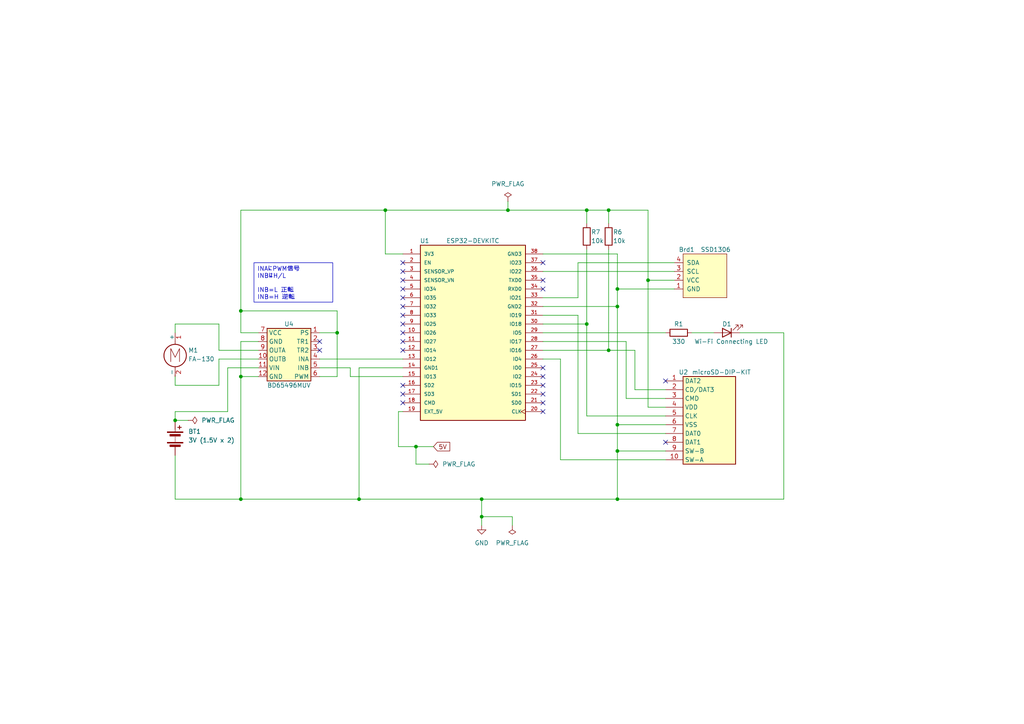
<source format=kicad_sch>
(kicad_sch (version 20230121) (generator eeschema)
  (paper "A4")
  (title_block (title "モーターコントロールサンプル") (date "2024-03-12") (rev "1.0") (comment 1 "SDカードスロット") (comment 2 "OLED(SSD1306)") (comment 3 "モータードライバ(BD65496)") (comment 4 "モーター(FA-130)"))
  (lib_symbols
    (symbol "Akizuki_Library:microSD_DIP_KIT"
      (property "Reference" "U" (at 0 3.81 0))
      (property "Value" "microSD-DIP-KIT" (at 0 1.27 0))
      (symbol "microSD_DIP_KIT_1_1"
        (rectangle (start -6.35 0) (end 8.89 -25.4) (stroke (width 0.254)) (fill (type background)))
        (pin bidirectional line (at -11.43 -1.27 0) (length 5.08) (name "DAT2") (number "1"))
        (pin passive line (at -11.43 -24.13 0) (length 5.08) (name "SW-A") (number "10"))
        (pin bidirectional line (at -11.43 -3.81 0) (length 5.08) (name "CD/DAT3") (number "2"))
        (pin bidirectional line (at -11.43 -6.35 0) (length 5.08) (name "CMD") (number "3"))
        (pin power_in line (at -11.43 -8.89 0) (length 5.08) (name "VDD") (number "4"))
        (pin bidirectional line (at -11.43 -11.43 0) (length 5.08) (name "CLK") (number "5"))
        (pin power_in line (at -11.43 -13.97 0) (length 5.08) (name "VSS") (number "6"))
        (pin bidirectional line (at -11.43 -16.51 0) (length 5.08) (name "DAT0") (number "7"))
        (pin bidirectional line (at -11.43 -19.05 0) (length 5.08) (name "DAT1") (number "8"))
        (pin passive line (at -11.43 -21.59 0) (length 5.08) (name "SW-B") (number "9"))
      )
    )
    (symbol "BD65496MUV_Driver_1"
      (property "Reference" "U" (at 0 0 0))
      (property "Value" "BD65496MUV" (at 0 -17.78 0))
      (symbol "BD65496MUV_Driver_1_1_1"
        (rectangle (start -6.35 -1.27) (end 6.35 -16.51) (stroke (width 0.254)) (fill (type background)))
        (pin input line (at -8.89 -2.54 0) (length 2.54) (name "PS") (number "1"))
        (pin output line (at 8.89 -10.16 180) (length 2.54) (name "OUTB") (number "10"))
        (pin power_in line (at 8.89 -12.7 180) (length 2.54) (name "VIN") (number "11"))
        (pin power_in line (at 8.89 -15.24 180) (length 2.54) (name "GND") (number "12"))
        (pin input line (at -8.89 -5.08 0) (length 2.54) (name "TR1") (number "2"))
        (pin input line (at -8.89 -7.62 0) (length 2.54) (name "TR2") (number "3"))
        (pin input line (at -8.89 -10.16 0) (length 2.54) (name "INA") (number "4"))
        (pin input line (at -8.89 -12.7 0) (length 2.54) (name "INB") (number "5"))
        (pin input line (at -8.89 -15.24 0) (length 2.54) (name "PWM") (number "6"))
        (pin power_in line (at 8.89 -2.54 180) (length 2.54) (name "VCC") (number "7"))
        (pin power_in line (at 8.89 -5.08 180) (length 2.54) (name "GND") (number "8"))
        (pin output line (at 8.89 -7.62 180) (length 2.54) (name "OUTA") (number "9"))
      )
    )
    (symbol "Device:Battery" (pin_numbers hide) (pin_names (offset 0) hide)
      (property "Reference" "BT" (at 2.54 2.54 0))
      (property "Value" "Battery" (at 2.54 0 0))
      (symbol "Battery_0_1"
        (rectangle (start -2.286 -1.27) (end 2.286 -1.524) (fill (type outline)))
        (rectangle (start -2.286 1.778) (end 2.286 1.524) (fill (type outline)))
        (rectangle (start -1.524 -2.032) (end 1.524 -2.54) (fill (type outline)))
        (rectangle (start -1.524 1.016) (end 1.524 0.508) (fill (type outline)))
        (polyline (pts (xy 0 -1.016) (xy 0 -0.762)))
        (polyline (pts (xy 0 -0.508) (xy 0 -0.254)))
        (polyline (pts (xy 0 0) (xy 0 0.254)))
        (polyline (pts (xy 0 1.778) (xy 0 2.54)))
        (polyline (pts (xy 0.762 3.048) (xy 1.778 3.048)) (stroke (width 0.254)))
        (polyline (pts (xy 1.27 3.556) (xy 1.27 2.54)) (stroke (width 0.254)))
      )
      (symbol "Battery_1_1"
        (pin passive line (at 0 5.08 270) (length 2.54) (name "+") (number "1"))
        (pin passive line (at 0 -5.08 90) (length 2.54) (name "-") (number "2"))
      )
    )
    (symbol "Device:LED" (pin_numbers hide) (pin_names (offset 1.016) hide)
      (property "Reference" "D" (at 0 2.54 0))
      (property "Value" "LED" (at 0 -2.54 0))
      (symbol "LED_0_1"
        (polyline (pts (xy -1.27 -1.27) (xy -1.27 1.27)) (stroke (width 0.254)))
        (polyline (pts (xy -1.27 0) (xy 1.27 0)))
        (polyline (pts (xy 1.27 -1.27) (xy 1.27 1.27) (xy -1.27 0) (xy 1.27 -1.27)) (stroke (width 0.254)))
        (polyline (pts (xy -3.048 -0.762) (xy -4.572 -2.286) (xy -3.81 -2.286) (xy -4.572 -2.286) (xy -4.572 -1.524)))
        (polyline (pts (xy -1.778 -0.762) (xy -3.302 -2.286) (xy -2.54 -2.286) (xy -3.302 -2.286) (xy -3.302 -1.524)))
      )
      (symbol "LED_1_1"
        (pin passive line (at -3.81 0 0) (length 2.54) (name "K") (number "1"))
        (pin passive line (at 3.81 0 180) (length 2.54) (name "A") (number "2"))
      )
    )
    (symbol "Device:R" (pin_numbers hide) (pin_names (offset 0))
      (property "Reference" "R" (at 2.032 0 90))
      (property "Value" "R" (at 0 0 90))
      (symbol "R_0_1"
        (rectangle (start -1.016 -2.54) (end 1.016 2.54) (stroke (width 0.254)))
      )
      (symbol "R_1_1"
        (pin passive line (at 0 3.81 270) (length 1.27) (name "~") (number "1"))
        (pin passive line (at 0 -3.81 90) (length 1.27) (name "~") (number "2"))
      )
    )
    (symbol "ESP32-DEVKITC:ESP32-DEVKITC" (pin_names (offset 1.016))
      (property "Reference" "U" (at -15.2572 26.0643 0))
      (property "Value" "ESP32-DEVKITC" (at -15.2563 -27.9698 0))
      (symbol "ESP32-DEVKITC_0_0"
        (rectangle (start -15.24 -25.4) (end 15.24 25.4) (stroke (width 0.254)) (fill (type background)))
        (pin power_in line (at -20.32 22.86 0) (length 5.08) (name "3V3") (number "1"))
        (pin bidirectional line (at -20.32 0 0) (length 5.08) (name "IO26") (number "10"))
        (pin bidirectional line (at -20.32 -2.54 0) (length 5.08) (name "IO27") (number "11"))
        (pin bidirectional line (at -20.32 -5.08 0) (length 5.08) (name "IO14") (number "12"))
        (pin bidirectional line (at -20.32 -7.62 0) (length 5.08) (name "IO12") (number "13"))
        (pin power_in line (at -20.32 -10.16 0) (length 5.08) (name "GND1") (number "14"))
        (pin bidirectional line (at -20.32 -12.7 0) (length 5.08) (name "IO13") (number "15"))
        (pin bidirectional line (at -20.32 -15.24 0) (length 5.08) (name "SD2") (number "16"))
        (pin bidirectional line (at -20.32 -17.78 0) (length 5.08) (name "SD3") (number "17"))
        (pin bidirectional line (at -20.32 -20.32 0) (length 5.08) (name "CMD") (number "18"))
        (pin power_in line (at -20.32 -22.86 0) (length 5.08) (name "EXT_5V") (number "19"))
        (pin input line (at -20.32 20.32 0) (length 5.08) (name "EN") (number "2"))
        (pin input clock (at 20.32 -22.86 180) (length 5.08) (name "CLK") (number "20"))
        (pin bidirectional line (at 20.32 -20.32 180) (length 5.08) (name "SD0") (number "21"))
        (pin bidirectional line (at 20.32 -17.78 180) (length 5.08) (name "SD1") (number "22"))
        (pin bidirectional line (at 20.32 -15.24 180) (length 5.08) (name "IO15") (number "23"))
        (pin bidirectional line (at 20.32 -12.7 180) (length 5.08) (name "IO2") (number "24"))
        (pin bidirectional line (at 20.32 -10.16 180) (length 5.08) (name "IO0") (number "25"))
        (pin bidirectional line (at 20.32 -7.62 180) (length 5.08) (name "IO4") (number "26"))
        (pin bidirectional line (at 20.32 -5.08 180) (length 5.08) (name "IO16") (number "27"))
        (pin bidirectional line (at 20.32 -2.54 180) (length 5.08) (name "IO17") (number "28"))
        (pin bidirectional line (at 20.32 0 180) (length 5.08) (name "IO5") (number "29"))
        (pin input line (at -20.32 17.78 0) (length 5.08) (name "SENSOR_VP") (number "3"))
        (pin bidirectional line (at 20.32 2.54 180) (length 5.08) (name "IO18") (number "30"))
        (pin bidirectional line (at 20.32 5.08 180) (length 5.08) (name "IO19") (number "31"))
        (pin power_in line (at 20.32 7.62 180) (length 5.08) (name "GND2") (number "32"))
        (pin bidirectional line (at 20.32 10.16 180) (length 5.08) (name "IO21") (number "33"))
        (pin input line (at 20.32 12.7 180) (length 5.08) (name "RXD0") (number "34"))
        (pin output line (at 20.32 15.24 180) (length 5.08) (name "TXD0") (number "35"))
        (pin bidirectional line (at 20.32 17.78 180) (length 5.08) (name "IO22") (number "36"))
        (pin bidirectional line (at 20.32 20.32 180) (length 5.08) (name "IO23") (number "37"))
        (pin power_in line (at 20.32 22.86 180) (length 5.08) (name "GND3") (number "38"))
        (pin input line (at -20.32 15.24 0) (length 5.08) (name "SENSOR_VN") (number "4"))
        (pin bidirectional line (at -20.32 12.7 0) (length 5.08) (name "IO34") (number "5"))
        (pin bidirectional line (at -20.32 10.16 0) (length 5.08) (name "IO35") (number "6"))
        (pin bidirectional line (at -20.32 7.62 0) (length 5.08) (name "IO32") (number "7"))
        (pin bidirectional line (at -20.32 5.08 0) (length 5.08) (name "IO33") (number "8"))
        (pin bidirectional line (at -20.32 2.54 0) (length 5.08) (name "IO25") (number "9"))
      )
    )
    (symbol "Motor:Motor_DC" (pin_names (offset 0))
      (property "Reference" "M" (at 2.54 2.54 0))
      (property "Value" "Motor_DC" (at 2.54 -5.08 0))
      (symbol "Motor_DC_0_0"
        (polyline (pts (xy -1.27 -3.302) (xy -1.27 0.508) (xy 0 -2.032) (xy 1.27 0.508) (xy 1.27 -3.302)))
      )
      (symbol "Motor_DC_0_1"
        (circle (center 0 -1.524) (radius 3.2512) (stroke (width 0.254)))
        (polyline (pts (xy 0 -7.62) (xy 0 -7.112)))
        (polyline (pts (xy 0 -4.7752) (xy 0 -5.1816)))
        (polyline (pts (xy 0 1.7272) (xy 0 2.0828)))
        (polyline (pts (xy 0 2.032) (xy 0 2.54)))
      )
      (symbol "Motor_DC_1_1"
        (pin passive line (at 0 5.08 270) (length 2.54) (name "+") (number "1"))
        (pin passive line (at 0 -7.62 90) (length 2.54) (name "-") (number "2"))
      )
    )
    (symbol "SSD1306-128x64_OLED:SSD1306" (pin_names (offset 1.016))
      (property "Reference" "Brd" (at 0 -3.81 0))
      (property "Value" "SSD1306" (at 0 -1.27 0))
      (symbol "SSD1306_0_1"
        (rectangle (start -6.35 6.35) (end 6.35 -6.35) (fill (type background)))
      )
      (symbol "SSD1306_1_1"
        (pin input line (at -3.81 8.89 270) (length 2.54) (name "GND") (number "1"))
        (pin input line (at -1.27 8.89 270) (length 2.54) (name "VCC") (number "2"))
        (pin input line (at 1.27 8.89 270) (length 2.54) (name "SCL") (number "3"))
        (pin input line (at 3.81 8.89 270) (length 2.54) (name "SDA") (number "4"))
      )
    )
    (symbol "power:GND" (power) (pin_names (offset 0))
      (property "Value" "GND" (at 0 -3.81 0))
      (symbol "GND_0_1"
        (polyline (pts (xy 0 0) (xy 0 -1.27) (xy 1.27 -1.27) (xy 0 -2.54) (xy -1.27 -1.27) (xy 0 -1.27)))
      )
      (symbol "GND_1_1"
        (pin power_in line (at 0 0 270) (length 0) hide (name "GND") (number "1"))
      )
    )
    (symbol "power:PWR_FLAG" (power) (pin_numbers hide) (pin_names (offset 0) hide)
      (property "Value" "PWR_FLAG" (at 0 3.81 0))
      (symbol "PWR_FLAG_0_0"
        (pin power_out line (at 0 0 90) (length 0) (name "pwr") (number "1"))
      )
      (symbol "PWR_FLAG_0_1"
        (polyline (pts (xy 0 0) (xy 0 1.27) (xy -1.016 1.905) (xy 0 2.54) (xy 1.016 1.905) (xy 0 1.27)))
      )
    )
  )
  (junction (at 187.96 81.28))
  (junction (at 97.79 96.52))
  (junction (at 179.07 83.82))
  (junction (at 179.07 130.81))
  (junction (at 170.18 93.98))
  (junction (at 179.07 88.9))
  (junction (at 50.8 121.92))
  (junction (at 176.53 60.96))
  (junction (at 69.85 109.22))
  (junction (at 176.53 101.6))
  (junction (at 139.7 149.86))
  (junction (at 139.7 144.78))
  (junction (at 69.85 90.17))
  (junction (at 111.76 60.96))
  (junction (at 179.07 144.78))
  (junction (at 170.18 60.96))
  (junction (at 147.32 60.96))
  (junction (at 179.07 123.19))
  (junction (at 120.65 129.54))
  (junction (at 69.85 144.78))
  (junction (at 104.14 144.78))
  (no_connect (at 157.48 109.22))
  (no_connect (at 116.84 91.44))
  (no_connect (at 157.48 119.38))
  (no_connect (at 193.04 128.27))
  (no_connect (at 157.48 111.76))
  (no_connect (at 92.71 99.06))
  (no_connect (at 116.84 83.82))
  (no_connect (at 116.84 96.52))
  (no_connect (at 157.48 114.3))
  (no_connect (at 193.04 110.49))
  (no_connect (at 116.84 78.74))
  (no_connect (at 157.48 76.2))
  (no_connect (at 157.48 83.82))
  (no_connect (at 116.84 111.76))
  (no_connect (at 116.84 116.84))
  (no_connect (at 116.84 101.6))
  (no_connect (at 157.48 116.84))
  (no_connect (at 116.84 86.36))
  (no_connect (at 157.48 81.28))
  (no_connect (at 92.71 101.6))
  (no_connect (at 116.84 88.9))
  (no_connect (at 116.84 99.06))
  (no_connect (at 157.48 106.68))
  (no_connect (at 116.84 93.98))
  (no_connect (at 116.84 76.2))
  (no_connect (at 116.84 114.3))
  (no_connect (at 116.84 81.28))
  (wire (pts (xy 170.18 64.77) (xy 170.18 60.96)))
  (wire (pts (xy 167.64 125.73) (xy 167.64 91.44)))
  (wire (pts (xy 92.71 104.14) (xy 116.84 104.14)))
  (wire (pts (xy 120.65 129.54) (xy 115.57 129.54)))
  (wire (pts (xy 50.8 119.38) (xy 50.8 121.92)))
  (wire (pts (xy 92.71 109.22) (xy 97.79 109.22)))
  (wire (pts (xy 69.85 96.52) (xy 74.93 96.52)))
  (wire (pts (xy 63.5 101.6) (xy 63.5 93.98)))
  (wire (pts (xy 116.84 73.66) (xy 111.76 73.66)))
  (wire (pts (xy 157.48 86.36) (xy 167.64 86.36)))
  (wire (pts (xy 167.64 76.2) (xy 195.58 76.2)))
  (wire (pts (xy 139.7 149.86) (xy 139.7 152.4)))
  (wire (pts (xy 92.71 96.52) (xy 97.79 96.52)))
  (wire (pts (xy 157.48 88.9) (xy 179.07 88.9)))
  (wire (pts (xy 157.48 91.44) (xy 167.64 91.44)))
  (wire (pts (xy 74.93 101.6) (xy 63.5 101.6)))
  (wire (pts (xy 157.48 78.74) (xy 195.58 78.74)))
  (wire (pts (xy 74.93 99.06) (xy 69.85 99.06)))
  (wire (pts (xy 148.59 149.86) (xy 139.7 149.86)))
  (wire (pts (xy 66.04 119.38) (xy 50.8 119.38)))
  (wire (pts (xy 162.56 133.35) (xy 193.04 133.35)))
  (wire (pts (xy 50.8 121.92) (xy 54.61 121.92)))
  (wire (pts (xy 50.8 132.08) (xy 50.8 144.78)))
  (wire (pts (xy 104.14 106.68) (xy 104.14 144.78)))
  (wire (pts (xy 101.6 106.68) (xy 101.6 109.22)))
  (wire (pts (xy 69.85 60.96) (xy 69.85 90.17)))
  (wire (pts (xy 69.85 109.22) (xy 69.85 99.06)))
  (wire (pts (xy 200.66 96.52) (xy 207.01 96.52)))
  (wire (pts (xy 139.7 144.78) (xy 139.7 149.86)))
  (wire (pts (xy 157.48 99.06) (xy 181.61 99.06)))
  (wire (pts (xy 179.07 130.81) (xy 193.04 130.81)))
  (wire (pts (xy 176.53 72.39) (xy 176.53 101.6)))
  (wire (pts (xy 176.53 60.96) (xy 187.96 60.96)))
  (wire (pts (xy 170.18 72.39) (xy 170.18 93.98)))
  (wire (pts (xy 69.85 109.22) (xy 69.85 144.78)))
  (wire (pts (xy 184.15 101.6) (xy 184.15 113.03)))
  (wire (pts (xy 69.85 109.22) (xy 74.93 109.22)))
  (wire (pts (xy 97.79 90.17) (xy 69.85 90.17)))
  (wire (pts (xy 104.14 144.78) (xy 139.7 144.78)))
  (wire (pts (xy 157.48 101.6) (xy 176.53 101.6)))
  (wire (pts (xy 50.8 93.98) (xy 50.8 96.52)))
  (wire (pts (xy 147.32 58.42) (xy 147.32 60.96)))
  (wire (pts (xy 179.07 123.19) (xy 179.07 130.81)))
  (wire (pts (xy 157.48 96.52) (xy 193.04 96.52)))
  (wire (pts (xy 179.07 88.9) (xy 179.07 123.19)))
  (wire (pts (xy 120.65 134.62) (xy 120.65 129.54)))
  (wire (pts (xy 50.8 144.78) (xy 69.85 144.78)))
  (wire (pts (xy 181.61 115.57) (xy 193.04 115.57)))
  (wire (pts (xy 125.73 129.54) (xy 120.65 129.54)))
  (wire (pts (xy 176.53 101.6) (xy 184.15 101.6)))
  (wire (pts (xy 69.85 144.78) (xy 104.14 144.78)))
  (wire (pts (xy 124.46 134.62) (xy 120.65 134.62)))
  (wire (pts (xy 101.6 109.22) (xy 116.84 109.22)))
  (wire (pts (xy 97.79 96.52) (xy 97.79 90.17)))
  (wire (pts (xy 162.56 133.35) (xy 162.56 104.14)))
  (wire (pts (xy 187.96 81.28) (xy 187.96 118.11)))
  (wire (pts (xy 157.48 93.98) (xy 170.18 93.98)))
  (wire (pts (xy 63.5 93.98) (xy 50.8 93.98)))
  (wire (pts (xy 97.79 96.52) (xy 97.79 109.22)))
  (wire (pts (xy 63.5 111.76) (xy 50.8 111.76)))
  (wire (pts (xy 74.93 104.14) (xy 63.5 104.14)))
  (wire (pts (xy 111.76 60.96) (xy 69.85 60.96)))
  (wire (pts (xy 157.48 73.66) (xy 179.07 73.66)))
  (wire (pts (xy 193.04 123.19) (xy 179.07 123.19)))
  (wire (pts (xy 179.07 144.78) (xy 227.33 144.78)))
  (wire (pts (xy 187.96 60.96) (xy 187.96 81.28)))
  (wire (pts (xy 170.18 120.65) (xy 170.18 93.98)))
  (wire (pts (xy 179.07 83.82) (xy 179.07 88.9)))
  (wire (pts (xy 176.53 64.77) (xy 176.53 60.96)))
  (wire (pts (xy 184.15 113.03) (xy 193.04 113.03)))
  (wire (pts (xy 111.76 73.66) (xy 111.76 60.96)))
  (wire (pts (xy 179.07 73.66) (xy 179.07 83.82)))
  (wire (pts (xy 63.5 104.14) (xy 63.5 111.76)))
  (wire (pts (xy 148.59 152.4) (xy 148.59 149.86)))
  (wire (pts (xy 187.96 81.28) (xy 195.58 81.28)))
  (wire (pts (xy 170.18 60.96) (xy 176.53 60.96)))
  (wire (pts (xy 111.76 60.96) (xy 147.32 60.96)))
  (wire (pts (xy 187.96 118.11) (xy 193.04 118.11)))
  (wire (pts (xy 50.8 109.22) (xy 50.8 111.76)))
  (wire (pts (xy 214.63 96.52) (xy 227.33 96.52)))
  (wire (pts (xy 115.57 119.38) (xy 116.84 119.38)))
  (wire (pts (xy 227.33 96.52) (xy 227.33 144.78)))
  (wire (pts (xy 157.48 104.14) (xy 162.56 104.14)))
  (wire (pts (xy 181.61 99.06) (xy 181.61 115.57)))
  (wire (pts (xy 167.64 86.36) (xy 167.64 76.2)))
  (wire (pts (xy 66.04 106.68) (xy 74.93 106.68)))
  (wire (pts (xy 116.84 106.68) (xy 104.14 106.68)))
  (wire (pts (xy 179.07 130.81) (xy 179.07 144.78)))
  (wire (pts (xy 115.57 129.54) (xy 115.57 119.38)))
  (wire (pts (xy 170.18 120.65) (xy 193.04 120.65)))
  (wire (pts (xy 69.85 90.17) (xy 69.85 96.52)))
  (wire (pts (xy 147.32 60.96) (xy 170.18 60.96)))
  (wire (pts (xy 92.71 106.68) (xy 101.6 106.68)))
  (wire (pts (xy 139.7 144.78) (xy 179.07 144.78)))
  (wire (pts (xy 195.58 83.82) (xy 179.07 83.82)))
  (wire (pts (xy 167.64 125.73) (xy 193.04 125.73)))
  (wire (pts (xy 66.04 106.68) (xy 66.04 119.38)))
  (text_box "INAにPWM信号\nINBはH/L\n\nINB=L 正転\nINB=H 逆転\n" (at 73.66 76.2 0) (size 22.86 11.43) (effects (font (size 1.27 1.27)) (justify left top)))
  (global_label "5V" (shape input) (at 125.73 129.54 0) (property "Intersheetrefs" "${INTERSHEET_REFS}" (effects hide)))
  (symbol (lib_id "Device:LED") (at 210.82 96.52 180) (unit 1)
    (property "Reference" "D1" (at 210.82 93.98 0))
    (property "Value" "Wi-Fi Connecting LED" (at 212.09 99.06 0))
    (property "Footprint" "LED_THT:LED_D5.0mm" (effects hide))
  )
  (symbol (lib_id "Motor:Motor_DC") (at 50.8 101.6 0) (unit 1)
    (property "Reference" "M1" (at 54.61 101.6 0) (effects (justify left)))
    (property "Value" "FA-130" (at 54.61 104.14 0) (effects (justify left)))
    (property "Footprint" "Connector_PinHeader_1.27mm:PinHeader_1x02_P1.27mm_Vertical" (effects hide))
  )
  (symbol (lib_id "power:PWR_FLAG") (at 54.61 121.92 270) (unit 1)
    (property "Reference" "#FLG04" (effects hide))
    (property "Value" "PWR_FLAG" (at 58.42 121.92 90) (effects (justify left)))
  )
  (symbol (lib_id "Akizuki_Library:microSD_DIP_KIT") (at 204.47 109.22 0) (unit 1)
    (property "Reference" "U2" (at 196.85 107.95 0) (effects (justify left)))
    (property "Value" "microSD-DIP-KIT" (at 200.66 107.95 0) (effects (justify left)))
    (property "Footprint" "Akizuki_Library:microSD-DIP-Kit" (effects hide))
    (property "Datasheet" "https://akizukidenshi.com/catalog/g/gK-05488/" (effects hide))
  )
  (symbol (lib_id "SSD1306-128x64_OLED:SSD1306") (at 204.47 80.01 90) (unit 1)
    (property "Reference" "Brd1" (at 196.85 72.39 90) (effects (justify right)))
    (property "Value" "SSD1306" (at 203.2 72.39 90) (effects (justify right)))
    (property "Footprint" "SSD1306:128x64OLED" (effects hide))
  )
  (symbol (lib_id "power:PWR_FLAG") (at 147.32 58.42 0) (unit 1)
    (property "Reference" "#FLG03" (effects hide))
    (property "Value" "PWR_FLAG" (at 147.32 53.34 0))
  )
  (symbol (lib_id "Device:R") (at 196.85 96.52 90) (unit 1)
    (property "Reference" "R1" (at 196.85 93.98 90))
    (property "Value" "330" (at 196.85 99.06 90))
    (property "Footprint" "Resistor_THT:R_Axial_DIN0204_L3.6mm_D1.6mm_P5.08mm_Horizontal" (effects hide))
  )
  (symbol (lib_id "Device:R") (at 170.18 68.58 0) (unit 1)
    (property "Reference" "R7" (at 171.45 67.31 0) (effects (justify left)))
    (property "Value" "10k" (at 171.45 69.85 0) (effects (justify left)))
    (property "Footprint" "Resistor_THT:R_Axial_DIN0204_L3.6mm_D1.6mm_P5.08mm_Horizontal" (effects hide))
  )
  (symbol (lib_id "power:GND") (at 139.7 152.4 0) (unit 1)
    (property "Reference" "#PWR01" (effects hide))
    (property "Value" "GND" (at 139.7 157.48 0))
  )
  (symbol (lib_id "power:PWR_FLAG") (at 148.59 152.4 180) (unit 1)
    (property "Reference" "#FLG01" (effects hide))
    (property "Value" "PWR_FLAG" (at 148.59 157.48 0))
  )
  (symbol (lib_name "BD65496MUV_Driver_1") (lib_id "SWITCH_SCIENCE_Library:BD65496MUV_Driver") (at 83.82 93.98 0) (mirror y) (unit 1)
    (property "Reference" "U4" (at 83.82 93.98 0))
    (property "Value" "BD65496MUV" (at 83.82 111.76 0))
    (property "Footprint" "SWITCH_SCIENCE:BD65496MUV" (effects hide))
    (property "Datasheet" "https://www.switch-science.com/products/2422" (effects hide))
  )
  (symbol (lib_id "Device:R") (at 176.53 68.58 0) (unit 1)
    (property "Reference" "R6" (at 177.8 67.31 0) (effects (justify left)))
    (property "Value" "10k" (at 177.8 69.85 0) (effects (justify left)))
    (property "Footprint" "Resistor_THT:R_Axial_DIN0204_L3.6mm_D1.6mm_P5.08mm_Horizontal" (effects hide))
  )
  (symbol (lib_id "power:PWR_FLAG") (at 124.46 134.62 270) (unit 1)
    (property "Reference" "#FLG02" (effects hide))
    (property "Value" "PWR_FLAG" (at 128.27 134.62 90) (effects (justify left)))
  )
  (symbol (lib_id "Device:Battery") (at 50.8 127 0) (unit 1)
    (property "Reference" "BT1" (at 54.61 125.1585 0) (effects (justify left)))
    (property "Value" "3V (1.5V x 2)" (at 54.61 127.6985 0) (effects (justify left)))
    (property "Footprint" "Connector_PinHeader_1.27mm:PinHeader_1x02_P1.27mm_Vertical" (effects hide))
  )
  (symbol (lib_id "ESP32-DEVKITC:ESP32-DEVKITC") (at 137.16 96.52 0) (unit 1)
    (property "Reference" "U1" (at 123.19 69.85 0))
    (property "Value" "ESP32-DEVKITC" (at 137.16 69.85 0))
    (property "Footprint" "ESP32-DEVKITC:MODULE_ESP32-DEVKITC" (effects hide))
    (property "MF" "Espressif Systems" (effects hide))
    (property "Description" "\nESP32-WROOM-32UE シリーズ トランシーバー; 802.11 b/g/n (Wi-Fi、WiFi、WLAN)、Bluetooth ® Smart Ready 4.x デュアルモード評価ボード\n" (effects hide))
    (property "Package" "None" (effects hide))
    (property "Price" "None" (effects hide))
    (property "Check_prices" "https://www.snapeda.com/parts/ESP32-DEVKITC/Espressif+Systems/view-part/?ref=eda" (effects hide))
    (property "STANDARD" "Manufacturer Recommendations" (effects hide))
    (property "PARTREV" "N/A" (effects hide))
    (property "SnapEDA_Link" "https://www.snapeda.com/parts/ESP32-DEVKITC/Espressif+Systems/view-part/?ref=snap" (effects hide))
    (property "MP" "ESP32-DEVKITC" (effects hide))
    (property "Availability" "In Stock" (effects hide))
    (property "MANUFACTURER" "ESPRESSIF" (effects hide))
  )
)
</source>
